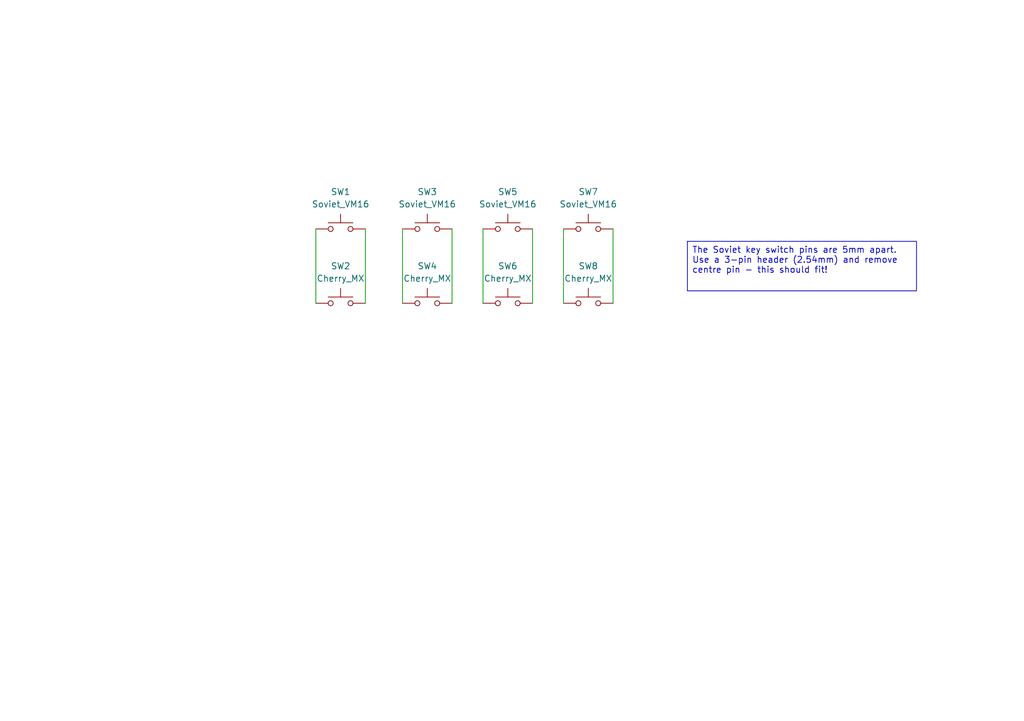
<source format=kicad_sch>
(kicad_sch (version 20250114) (generator "eeschema") (generator_version "9.0")
  (paper "A5")
  (title_block (title "Soviet VM16 Keyswitch to Cherry Converter") (date "15-Jul-2025") (rev "A") (company "Brett Hallen") (comment 1 "www.youtube.com/@Brfff"))
  (lib_symbols
    (symbol "Switch:SW_Push" (pin_numbers (hide yes)) (pin_names (offset 1.016) (hide yes))
      (property "Reference" "SW" (at 1.27 2.54 0))
      (property "Value" "SW_Push" (at 0 -1.524 0))
      (symbol "SW_Push_0_1"
        (circle (center -2.032 0) (radius 0.508))
        (polyline (pts (xy 0 1.27) (xy 0 3.048)))
        (circle (center 2.032 0) (radius 0.508))
        (polyline (pts (xy 2.54 1.27) (xy -2.54 1.27)))
        (pin passive line (at -5.08 0 0) (length 2.54) (name "1") (number "1"))
        (pin passive line (at 5.08 0 180) (length 2.54) (name "2") (number "2"))
      )
    )
  )
  (text_box "The Soviet key switch pins are 5mm apart.\nUse a 3-pin header (2.54mm) and remove centre pin - this should fit!" (at 140.97 49.53 0) (size 46.99 10.16) (margins 0.9525 0.9525 0.9525 0.9525) (effects (font (size 1.27 1.27)) (justify left top)))
  (wire (pts (xy 64.77 46.99) (xy 64.77 62.23)))
  (wire (pts (xy 99.06 46.99) (xy 99.06 62.23)))
  (wire (pts (xy 92.71 46.99) (xy 92.71 62.23)))
  (wire (pts (xy 82.55 46.99) (xy 82.55 62.23)))
  (wire (pts (xy 109.22 46.99) (xy 109.22 62.23)))
  (wire (pts (xy 115.57 46.99) (xy 115.57 62.23)))
  (wire (pts (xy 125.73 46.99) (xy 125.73 62.23)))
  (wire (pts (xy 74.93 46.99) (xy 74.93 62.23)))
  (symbol (lib_id "Switch:SW_Push") (at 104.14 46.99 0) (unit 1)
    (property "Reference" "SW5" (at 104.14 39.37 0))
    (property "Value" "Soviet_VM16" (at 104.14 41.91 0))
    (property "Footprint" "Clueless_Engineer:VM16_Keyswitch" (effects (hide yes)))
    (property "Description" "Push button switch, generic, two pins" (effects (hide yes)))
  )
  (symbol (lib_id "Switch:SW_Push") (at 120.65 62.23 0) (unit 1)
    (property "Reference" "SW8" (at 120.65 54.61 0))
    (property "Value" "Cherry_MX" (at 120.65 57.15 0))
    (property "Footprint" "PCM_Switch_Keyboard_Cherry_MX:SW_Cherry_MX_PCB" (effects (hide yes)))
    (property "Description" "Push button switch, generic, two pins" (effects (hide yes)))
  )
  (symbol (lib_id "Switch:SW_Push") (at 69.85 46.99 0) (unit 1)
    (property "Reference" "SW1" (at 69.85 39.37 0))
    (property "Value" "Soviet_VM16" (at 69.85 41.91 0))
    (property "Footprint" "Clueless_Engineer:VM16_Keyswitch" (effects (hide yes)))
    (property "Description" "Push button switch, generic, two pins" (effects (hide yes)))
  )
  (symbol (lib_id "Switch:SW_Push") (at 69.85 62.23 0) (unit 1)
    (property "Reference" "SW2" (at 69.85 54.61 0))
    (property "Value" "Cherry_MX" (at 69.85 57.15 0))
    (property "Footprint" "PCM_Switch_Keyboard_Cherry_MX:SW_Cherry_MX_PCB" (effects (hide yes)))
    (property "Description" "Push button switch, generic, two pins" (effects (hide yes)))
  )
  (symbol (lib_id "Switch:SW_Push") (at 120.65 46.99 0) (unit 1)
    (property "Reference" "SW7" (at 120.65 39.37 0))
    (property "Value" "Soviet_VM16" (at 120.65 41.91 0))
    (property "Footprint" "Clueless_Engineer:VM16_Keyswitch" (effects (hide yes)))
    (property "Description" "Push button switch, generic, two pins" (effects (hide yes)))
  )
  (symbol (lib_id "Switch:SW_Push") (at 87.63 46.99 0) (unit 1)
    (property "Reference" "SW3" (at 87.63 39.37 0))
    (property "Value" "Soviet_VM16" (at 87.63 41.91 0))
    (property "Footprint" "Clueless_Engineer:VM16_Keyswitch" (effects (hide yes)))
    (property "Description" "Push button switch, generic, two pins" (effects (hide yes)))
  )
  (symbol (lib_id "Switch:SW_Push") (at 104.14 62.23 0) (unit 1)
    (property "Reference" "SW6" (at 104.14 54.61 0))
    (property "Value" "Cherry_MX" (at 104.14 57.15 0))
    (property "Footprint" "PCM_Switch_Keyboard_Cherry_MX:SW_Cherry_MX_PCB" (effects (hide yes)))
    (property "Description" "Push button switch, generic, two pins" (effects (hide yes)))
  )
  (symbol (lib_id "Switch:SW_Push") (at 87.63 62.23 0) (unit 1)
    (property "Reference" "SW4" (at 87.63 54.61 0))
    (property "Value" "Cherry_MX" (at 87.63 57.15 0))
    (property "Footprint" "PCM_Switch_Keyboard_Cherry_MX:SW_Cherry_MX_PCB" (effects (hide yes)))
    (property "Description" "Push button switch, generic, two pins" (effects (hide yes)))
  )
)
</source>
